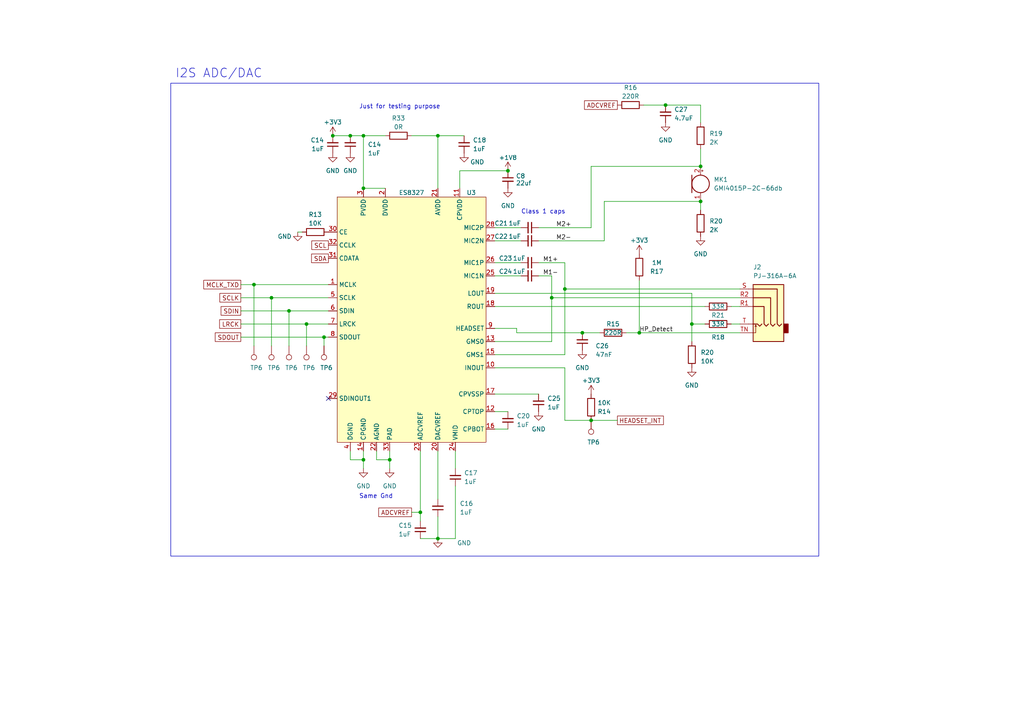
<source format=kicad_sch>
(kicad_sch (version 20230121) (generator eeschema)
  (paper "A4")
  (lib_symbols
    (symbol "Audio:ES8327"
      (property "Reference" "U" (at 0 12.7 0))
      (symbol "ES8327_1_1"
        (rectangle (start -21.59 11.43) (end 21.59 -59.69) (fill (type background)))
        (pin input line (at -24.13 -13.97 0) (length 2.54) (name "MCLK") (number "1"))
        (pin output line (at 24.13 -38.1 180) (length 2.54) (name "INOUT") (number "10"))
        (pin power_in line (at 13.97 13.97 270) (length 2.54) (name "CPVDD") (number "11"))
        (pin power_in line (at 24.13 -50.8 180) (length 2.54) (name "CPTOP") (number "12"))
        (pin input line (at 24.13 -30.48 180) (length 2.54) (name "GMS0") (number "13"))
        (pin power_in line (at -13.97 -62.23 90) (length 2.54) (name "CPGND") (number "14"))
        (pin input line (at 24.13 -34.29 180) (length 2.54) (name "GMS1") (number "15"))
        (pin power_in line (at 24.13 -55.88 180) (length 2.54) (name "CPBOT") (number "16"))
        (pin power_in line (at 24.13 -45.72 180) (length 2.54) (name "CPVSSP") (number "17"))
        (pin output line (at 24.13 -20.32 180) (length 2.54) (name "ROUT") (number "18"))
        (pin output line (at 24.13 -16.51 180) (length 2.54) (name "LOUT") (number "19"))
        (pin power_in line (at -7.62 13.97 270) (length 2.54) (name "DVDD") (number "2"))
        (pin power_in line (at 7.62 -62.23 90) (length 2.54) (name "DACVREF") (number "20"))
        (pin power_in line (at 7.62 13.97 270) (length 2.54) (name "AVDD") (number "21"))
        (pin power_in line (at -10.16 -62.23 90) (length 2.54) (name "AGND") (number "22"))
        (pin power_in line (at 2.54 -62.23 90) (length 2.54) (name "ADCVREF") (number "23"))
        (pin power_in line (at 12.7 -62.23 90) (length 2.54) (name "VMID") (number "24"))
        (pin input line (at 24.13 -11.43 180) (length 2.54) (name "MIC1N") (number "25"))
        (pin input line (at 24.13 -7.62 180) (length 2.54) (name "MIC1P") (number "26"))
        (pin input line (at 24.13 -1.27 180) (length 2.54) (name "MIC2N") (number "27"))
        (pin input line (at 24.13 2.54 180) (length 2.54) (name "MIC2P") (number "28"))
        (pin output line (at -24.13 -46.99 0) (length 2.54) (name "SDINOUT1") (number "29"))
        (pin power_in line (at -13.97 13.97 270) (length 2.54) (name "PVDD") (number "3"))
        (pin input line (at -24.13 1.27 0) (length 2.54) (name "CE") (number "30"))
        (pin input line (at -24.13 -6.35 0) (length 2.54) (name "CDATA") (number "31"))
        (pin input line (at -24.13 -2.54 0) (length 2.54) (name "CCLK") (number "32"))
        (pin power_in line (at -6.35 -62.23 90) (length 2.54) (name "PAD") (number "33"))
        (pin power_in line (at -17.78 -62.23 90) (length 2.54) (name "DGND") (number "4"))
        (pin input line (at -24.13 -17.78 0) (length 2.54) (name "SCLK") (number "5"))
        (pin input line (at -24.13 -21.59 0) (length 2.54) (name "SDIN") (number "6"))
        (pin input line (at -24.13 -25.4 0) (length 2.54) (name "LRCK") (number "7"))
        (pin output line (at -24.13 -29.21 0) (length 2.54) (name "SDOUT") (number "8"))
        (pin input line (at 24.13 -26.67 180) (length 2.54) (name "HEADSET") (number "9"))
      )
    )
    (symbol "Connector:TestPoint" (pin_numbers hide) (pin_names (offset 0.762) hide)
      (property "Reference" "TP" (at 0 6.858 0))
      (property "Value" "TestPoint" (at 0 5.08 0))
      (symbol "TestPoint_0_1"
        (circle (center 0 3.302) (radius 0.762))
      )
      (symbol "TestPoint_1_1"
        (pin passive line (at 0 0 90) (length 2.54) (name "1") (number "1"))
      )
    )
    (symbol "Connector_Audio:AudioJack4_SwitchT1"
      (property "Reference" "J" (at 0 11.43 0))
      (property "Value" "AudioJack4_SwitchT1" (at 0 8.89 0))
      (symbol "AudioJack4_SwitchT1_0_1"
        (rectangle (start -7.62 -5.08) (end -8.89 -7.62) (stroke (width 0.254)) (fill (type outline)))
        (polyline (pts (xy 1.27 -5.08) (xy 2.54 -5.08)))
        (polyline (pts (xy 1.27 2.54) (xy 2.54 2.54)))
        (polyline (pts (xy 2.54 0) (xy 1.27 0)))
        (polyline (pts (xy 2.54 5.08) (xy 1.27 5.08)))
        (rectangle (start 1.27 6.35) (end -7.62 -10.16) (stroke (width 0.254)) (fill (type background)))
      )
      (symbol "AudioJack4_SwitchT1_1_1"
        (polyline (pts (xy 0.508 -5.334) (xy 0.762 -5.842)))
        (polyline (pts (xy -1.27 -5.08) (xy -0.635 -5.715) (xy 0 -5.08) (xy 1.27 -5.08)) (stroke (width 0.254)))
        (polyline (pts (xy 2.54 -7.62) (xy 0.508 -7.62) (xy 0.508 -5.334) (xy 0.254 -5.842)))
        (polyline (pts (xy -3.175 -5.08) (xy -2.54 -5.715) (xy -1.905 -5.08) (xy -1.905 0) (xy 1.27 0)) (stroke (width 0.254)))
        (polyline (pts (xy 1.27 2.54) (xy -3.81 2.54) (xy -3.81 -5.08) (xy -4.445 -5.715) (xy -5.08 -5.08)) (stroke (width 0.254)))
        (polyline (pts (xy 1.27 5.08) (xy -5.715 5.08) (xy -5.715 -5.08) (xy -6.35 -5.715) (xy -6.985 -5.08)) (stroke (width 0.254)))
        (pin passive line (at 5.08 0 180) (length 2.54) (name "~") (number "R1"))
        (pin passive line (at 5.08 2.54 180) (length 2.54) (name "~") (number "R2"))
        (pin passive line (at 5.08 5.08 180) (length 2.54) (name "~") (number "S"))
        (pin passive line (at 5.08 -5.08 180) (length 2.54) (name "~") (number "T"))
        (pin passive line (at 5.08 -7.62 180) (length 2.54) (name "~") (number "TN"))
      )
    )
    (symbol "Device:C_Small" (pin_numbers hide) (pin_names (offset 0.254) hide)
      (property "Reference" "C" (at 0.254 1.778 0))
      (property "Value" "C_Small" (at 0.254 -2.032 0))
      (symbol "C_Small_0_1"
        (polyline (pts (xy -1.524 -0.508) (xy 1.524 -0.508)) (stroke (width 0.3302)))
        (polyline (pts (xy -1.524 0.508) (xy 1.524 0.508)) (stroke (width 0.3048)))
      )
      (symbol "C_Small_1_1"
        (pin passive line (at 0 2.54 270) (length 2.032) (name "~") (number "1"))
        (pin passive line (at 0 -2.54 90) (length 2.032) (name "~") (number "2"))
      )
    )
    (symbol "Device:Microphone" (pin_names (offset 0.0254) hide)
      (property "Reference" "MK" (at -3.81 1.27 0))
      (property "Value" "Microphone" (at -3.81 -0.635 0))
      (symbol "Microphone_0_1"
        (polyline (pts (xy -2.54 2.54) (xy -2.54 -2.54)) (stroke (width 0.254)))
        (polyline (pts (xy 0.254 3.81) (xy 0.762 3.81)))
        (polyline (pts (xy 0.508 4.064) (xy 0.508 3.556)))
        (circle (center 0 0) (radius 2.54) (stroke (width 0.254)))
      )
      (symbol "Microphone_1_1"
        (pin passive line (at 0 -5.08 90) (length 2.54) (name "-") (number "1"))
        (pin passive line (at 0 5.08 270) (length 2.54) (name "+") (number "2"))
      )
    )
    (symbol "Device:R" (pin_numbers hide) (pin_names (offset 0))
      (property "Reference" "R" (at 2.032 0 90))
      (property "Value" "R" (at 0 0 90))
      (symbol "R_0_1"
        (rectangle (start -1.016 -2.54) (end 1.016 2.54) (stroke (width 0.254)))
      )
      (symbol "R_1_1"
        (pin passive line (at 0 3.81 270) (length 1.27) (name "~") (number "1"))
        (pin passive line (at 0 -3.81 90) (length 1.27) (name "~") (number "2"))
      )
    )
    (symbol "power:+1V8" (power) (pin_names (offset 0))
      (property "Value" "+1V8" (at 0 3.556 0))
      (symbol "+1V8_0_1"
        (polyline (pts (xy -0.762 1.27) (xy 0 2.54)))
        (polyline (pts (xy 0 0) (xy 0 2.54)))
        (polyline (pts (xy 0 2.54) (xy 0.762 1.27)))
      )
      (symbol "+1V8_1_1"
        (pin power_in line (at 0 0 90) (length 0) hide (name "+1V8") (number "1"))
      )
    )
    (symbol "power:+3V3" (power) (pin_names (offset 0))
      (property "Value" "+3V3" (at 0 3.556 0))
      (symbol "+3V3_0_1"
        (polyline (pts (xy -0.762 1.27) (xy 0 2.54)))
        (polyline (pts (xy 0 0) (xy 0 2.54)))
        (polyline (pts (xy 0 2.54) (xy 0.762 1.27)))
      )
      (symbol "+3V3_1_1"
        (pin power_in line (at 0 0 90) (length 0) hide (name "+3V3") (number "1"))
      )
    )
    (symbol "power:GND" (power) (pin_names (offset 0))
      (property "Value" "GND" (at 0 -3.81 0))
      (symbol "GND_0_1"
        (polyline (pts (xy 0 0) (xy 0 -1.27) (xy 1.27 -1.27) (xy 0 -2.54) (xy -1.27 -1.27) (xy 0 -1.27)))
      )
      (symbol "GND_1_1"
        (pin power_in line (at 0 0 270) (length 0) hide (name "GND") (number "1"))
      )
    )
  )
  (junction (at 185.42 96.52))
  (junction (at 105.41 133.35))
  (junction (at 93.98 97.79))
  (junction (at 163.83 83.82))
  (junction (at 121.92 148.59))
  (junction (at 101.6 39.37))
  (junction (at 171.45 121.92))
  (junction (at 96.52 39.37))
  (junction (at 127 39.37))
  (junction (at 160.02 86.36))
  (junction (at 73.66 82.55))
  (junction (at 105.41 39.37))
  (junction (at 127 156.21))
  (junction (at 168.91 96.52))
  (junction (at 203.2 58.42))
  (junction (at 78.74 86.36))
  (junction (at 203.2 48.26))
  (junction (at 193.04 30.48))
  (junction (at 88.9 93.98))
  (junction (at 105.41 54.61))
  (junction (at 113.03 133.35))
  (junction (at 147.32 49.53))
  (junction (at 83.82 90.17))
  (junction (at 200.66 93.98))
  (no_connect (at 95.25 115.57))
  (wire (pts (xy 93.98 97.79) (xy 95.25 97.79)))
  (wire (pts (xy 119.38 39.37) (xy 127 39.37)))
  (wire (pts (xy 127 130.81) (xy 127 144.78)))
  (wire (pts (xy 151.13 66.04) (xy 143.51 66.04)))
  (wire (pts (xy 69.85 90.17) (xy 83.82 90.17)))
  (wire (pts (xy 143.51 114.3) (xy 156.21 114.3)))
  (wire (pts (xy 78.74 86.36) (xy 78.74 100.33)))
  (wire (pts (xy 78.74 86.36) (xy 95.25 86.36)))
  (wire (pts (xy 105.41 39.37) (xy 111.76 39.37)))
  (wire (pts (xy 101.6 130.81) (xy 101.6 133.35)))
  (wire (pts (xy 93.98 97.79) (xy 93.98 100.33)))
  (wire (pts (xy 171.45 121.92) (xy 179.07 121.92)))
  (wire (pts (xy 121.92 148.59) (xy 121.92 151.13)))
  (wire (pts (xy 113.03 130.81) (xy 113.03 133.35)))
  (wire (pts (xy 171.45 48.26) (xy 171.45 66.04)))
  (wire (pts (xy 203.2 30.48) (xy 193.04 30.48)))
  (wire (pts (xy 143.51 88.9) (xy 204.47 88.9)))
  (wire (pts (xy 151.13 76.2) (xy 143.51 76.2)))
  (wire (pts (xy 96.52 39.37) (xy 101.6 39.37)))
  (wire (pts (xy 156.21 69.85) (xy 175.26 69.85)))
  (wire (pts (xy 163.83 83.82) (xy 163.83 76.2)))
  (wire (pts (xy 160.02 86.36) (xy 160.02 99.06)))
  (wire (pts (xy 143.51 102.87) (xy 163.83 102.87)))
  (wire (pts (xy 200.66 93.98) (xy 200.66 99.06)))
  (wire (pts (xy 203.2 60.96) (xy 203.2 58.42)))
  (wire (pts (xy 149.86 96.52) (xy 149.86 95.25)))
  (wire (pts (xy 163.83 83.82) (xy 214.63 83.82)))
  (wire (pts (xy 109.22 130.81) (xy 109.22 133.35)))
  (wire (pts (xy 163.83 102.87) (xy 163.83 83.82)))
  (wire (pts (xy 175.26 69.85) (xy 175.26 58.42)))
  (wire (pts (xy 171.45 66.04) (xy 156.21 66.04)))
  (wire (pts (xy 105.41 54.61) (xy 105.41 39.37)))
  (wire (pts (xy 163.83 106.68) (xy 163.83 121.92)))
  (wire (pts (xy 143.51 124.46) (xy 147.32 124.46)))
  (wire (pts (xy 69.85 86.36) (xy 78.74 86.36)))
  (wire (pts (xy 156.21 80.01) (xy 160.02 80.01)))
  (wire (pts (xy 73.66 82.55) (xy 73.66 100.33)))
  (wire (pts (xy 119.38 148.59) (xy 121.92 148.59)))
  (wire (pts (xy 105.41 54.61) (xy 111.76 54.61)))
  (wire (pts (xy 69.85 97.79) (xy 93.98 97.79)))
  (wire (pts (xy 109.22 133.35) (xy 113.03 133.35)))
  (wire (pts (xy 121.92 130.81) (xy 121.92 148.59)))
  (wire (pts (xy 86.36 67.31) (xy 87.63 67.31)))
  (wire (pts (xy 121.92 156.21) (xy 127 156.21)))
  (wire (pts (xy 73.66 82.55) (xy 95.25 82.55)))
  (wire (pts (xy 160.02 86.36) (xy 214.63 86.36)))
  (wire (pts (xy 181.61 96.52) (xy 185.42 96.52)))
  (wire (pts (xy 186.69 30.48) (xy 193.04 30.48)))
  (wire (pts (xy 203.2 35.56) (xy 203.2 30.48)))
  (wire (pts (xy 105.41 133.35) (xy 105.41 135.89)))
  (wire (pts (xy 173.99 96.52) (xy 168.91 96.52)))
  (wire (pts (xy 200.66 93.98) (xy 200.66 85.09)))
  (wire (pts (xy 127 149.86) (xy 127 156.21)))
  (wire (pts (xy 160.02 80.01) (xy 160.02 86.36)))
  (wire (pts (xy 134.62 39.37) (xy 127 39.37)))
  (wire (pts (xy 204.47 93.98) (xy 200.66 93.98)))
  (wire (pts (xy 69.85 93.98) (xy 88.9 93.98)))
  (wire (pts (xy 212.09 88.9) (xy 214.63 88.9)))
  (wire (pts (xy 175.26 58.42) (xy 203.2 58.42)))
  (wire (pts (xy 163.83 121.92) (xy 171.45 121.92)))
  (wire (pts (xy 163.83 76.2) (xy 156.21 76.2)))
  (wire (pts (xy 88.9 93.98) (xy 95.25 93.98)))
  (wire (pts (xy 151.13 80.01) (xy 143.51 80.01)))
  (wire (pts (xy 185.42 96.52) (xy 214.63 96.52)))
  (wire (pts (xy 203.2 48.26) (xy 171.45 48.26)))
  (wire (pts (xy 185.42 96.52) (xy 185.42 81.28)))
  (wire (pts (xy 143.51 106.68) (xy 163.83 106.68)))
  (wire (pts (xy 132.08 156.21) (xy 127 156.21)))
  (wire (pts (xy 149.86 95.25) (xy 143.51 95.25)))
  (wire (pts (xy 101.6 133.35) (xy 105.41 133.35)))
  (wire (pts (xy 83.82 90.17) (xy 95.25 90.17)))
  (wire (pts (xy 212.09 93.98) (xy 214.63 93.98)))
  (wire (pts (xy 133.35 49.53) (xy 133.35 54.61)))
  (wire (pts (xy 147.32 49.53) (xy 133.35 49.53)))
  (wire (pts (xy 200.66 85.09) (xy 143.51 85.09)))
  (wire (pts (xy 143.51 119.38) (xy 147.32 119.38)))
  (wire (pts (xy 88.9 93.98) (xy 88.9 100.33)))
  (wire (pts (xy 127 39.37) (xy 127 54.61)))
  (wire (pts (xy 105.41 133.35) (xy 105.41 130.81)))
  (wire (pts (xy 151.13 69.85) (xy 143.51 69.85)))
  (wire (pts (xy 203.2 43.18) (xy 203.2 48.26)))
  (wire (pts (xy 69.85 82.55) (xy 73.66 82.55)))
  (wire (pts (xy 132.08 140.97) (xy 132.08 156.21)))
  (wire (pts (xy 132.08 130.81) (xy 132.08 135.89)))
  (wire (pts (xy 101.6 39.37) (xy 105.41 39.37)))
  (wire (pts (xy 160.02 99.06) (xy 143.51 99.06)))
  (wire (pts (xy 83.82 90.17) (xy 83.82 100.33)))
  (wire (pts (xy 113.03 133.35) (xy 113.03 135.89)))
  (wire (pts (xy 168.91 96.52) (xy 149.86 96.52)))
  (rectangle (start 49.53 24.13) (end 237.49 161.29))
  (text "Same Gnd" (at 104.14 144.78 0) (effects (font (size 1.27 1.27)) (justify left bottom)))
  (text "Just for testing purpose" (at 104.14 31.75 0) (effects (font (size 1.27 1.27)) (justify left bottom)))
  (text "Class 1 caps" (at 151.13 62.23 0) (effects (font (size 1.27 1.27)) (justify left bottom)))
  (text "I2S ADC/DAC\n" (at 50.8 22.86 0) (effects (font (size 2.54 2.54)) (justify left bottom)))
  (label "HP_Detect" (at 185.42 96.52 0))
  (label "M1-" (at 157.48 80.01 0))
  (label "M2-" (at 161.29 69.85 0))
  (label "M1+" (at 157.48 76.2 0))
  (label "M2+" (at 161.29 66.04 0))
  (global_label "LRCK" (shape passive) (at 69.85 93.98 180) (property "Intersheetrefs" "${INTERSHEET_REFS}" (effects hide)))
  (global_label "SCL" (shape passive) (at 95.25 71.12 180) (property "Intersheetrefs" "${INTERSHEET_REFS}" (effects hide)))
  (global_label "SCLK" (shape passive) (at 69.85 86.36 180) (property "Intersheetrefs" "${INTERSHEET_REFS}" (effects hide)))
  (global_label "SDIN" (shape passive) (at 69.85 90.17 180) (property "Intersheetrefs" "${INTERSHEET_REFS}" (effects hide)))
  (global_label "ADCVREF" (shape passive) (at 119.38 148.59 180) (property "Intersheetrefs" "${INTERSHEET_REFS}" (effects hide)))
  (global_label "HEADSET_INT" (shape passive) (at 179.07 121.92 0) (property "Intersheetrefs" "${INTERSHEET_REFS}" (effects hide)))
  (global_label "SDA" (shape passive) (at 95.25 74.93 180) (property "Intersheetrefs" "${INTERSHEET_REFS}" (effects hide)))
  (global_label "ADCVREF" (shape passive) (at 179.07 30.48 180) (property "Intersheetrefs" "${INTERSHEET_REFS}" (effects hide)))
  (global_label "MCLK_TXD" (shape passive) (at 69.85 82.55 180) (property "Intersheetrefs" "${INTERSHEET_REFS}" (effects hide)))
  (global_label "SDOUT" (shape passive) (at 69.85 97.79 180) (property "Intersheetrefs" "${INTERSHEET_REFS}" (effects hide)))
  (symbol (lib_id "Connector:TestPoint") (at 93.98 100.33 0) (mirror x) (unit 1)
    (property "Reference" "TP6" (at 96.52 106.68 0) (effects (justify right)))
    (property "Value" "TestPoint" (effects hide))
    (property "Footprint" "TestPoint:TestPoint_Pad_D1.5mm" (effects hide))
    (instances (project "Music32v3" (path "" (reference "TP6") (unit 1)) (path "" (reference "TP14") (unit 1)) (path "" (reference "TP19") (unit 1)) (path "" (reference "TP28") (unit 1)) (path "" (reference "TP35") (unit 1))))
  )
  (symbol (lib_id "Device:R") (at 208.28 93.98 90) (unit 1)
    (property "Reference" "R18" (at 208.28 97.79 90))
    (property "Value" "33R" (at 208.28 93.98 90))
    (property "Footprint" "Resistor_SMD:R_0402_1005Metric" (effects hide))
    (instances (project "Music_32_V2" (path "" (reference "R18") (unit 1))) (project "Audio test board" (path "" (reference "R?") (unit 1))) (project "Music32v3" (path "" (reference "R28") (unit 1)) (path "" (reference "R45") (unit 1))) (project "Ipod" (path "" (reference "R?") (unit 1)) (path "" (reference "R16") (unit 1))))
  )
  (symbol (lib_id "power:GND") (at 101.6 44.45 0) (unit 1)
    (property "Reference" "#PWR030" (effects hide))
    (property "Value" "GND" (at 101.6 49.53 0))
    (instances (project "Music_32_V2" (path "" (reference "#PWR030") (unit 1))) (project "Audio test board" (path "" (reference "#PWR?") (unit 1))) (project "Music32v3" (path "" (reference "#PWR079") (unit 1)) (path "" (reference "#PWR0100") (unit 1))) (project "Ipod" (path "" (reference "#PWR?") (unit 1)) (path "" (reference "#PWR024") (unit 1))))
  )
  (symbol (lib_id "Connector_Audio:AudioJack4_SwitchT1") (at 219.71 88.9 0) (mirror y) (unit 1)
    (property "Reference" "J2" (at 218.44 77.47 0) (effects (justify right)))
    (property "Value" "PJ-316A-6A" (at 218.44 80.01 0) (effects (justify right)))
    (property "Footprint" "Music:PJ-316A-6A" (effects hide))
    (instances (project "Music_32_V2" (path "" (reference "J2") (unit 1))) (project "Audio test board" (path "" (reference "J?") (unit 1))) (project "Music32v3" (path "" (reference "J2") (unit 1)) (path "" (reference "J3") (unit 1))) (project "Ipod" (path "" (reference "J?") (unit 1)) (path "" (reference "J1") (unit 1))))
  )
  (symbol (lib_id "Device:C_Small") (at 156.21 116.84 180) (unit 1)
    (property "Reference" "C25" (at 158.75 115.57 0) (effects (justify right)))
    (property "Value" "1uF" (at 158.75 118.11 0) (effects (justify right)))
    (property "Footprint" "Capacitor_SMD:C_0402_1005Metric" (effects hide))
    (instances (project "Music_32_V2" (path "" (reference "C25") (unit 1))) (project "Audio test board" (path "" (reference "C?") (unit 1))) (project "Music32v3" (path "" (reference "C52") (unit 1)) (path "" (reference "C48") (unit 1))) (project "Ipod" (path "" (reference "C?") (unit 1)) (path "" (reference "C23") (unit 1))))
  )
  (symbol (lib_id "power:GND") (at 193.04 35.56 0) (unit 1)
    (property "Reference" "#PWR042" (effects hide))
    (property "Value" "GND" (at 193.04 40.64 0))
    (instances (project "Music_32_V2" (path "" (reference "#PWR042") (unit 1))) (project "Audio test board" (path "" (reference "#PWR?") (unit 1))) (project "Music32v3" (path "" (reference "#PWR0100") (unit 1)) (path "" (reference "#PWR0111") (unit 1))) (project "Ipod" (path "" (reference "#PWR?") (unit 1)) (path "" (reference "#PWR036") (unit 1))))
  )
  (symbol (lib_id "power:GND") (at 105.41 135.89 0) (unit 1)
    (property "Reference" "#PWR031" (effects hide))
    (property "Value" "GND" (at 105.41 140.97 0))
    (instances (project "Music_32_V2" (path "" (reference "#PWR031") (unit 1))) (project "Audio test board" (path "" (reference "#PWR?") (unit 1))) (project "Music32v3" (path "" (reference "#PWR089") (unit 1)) (path "" (reference "#PWR0101") (unit 1))) (project "Ipod" (path "" (reference "#PWR?") (unit 1)) (path "" (reference "#PWR025") (unit 1))))
  )
  (symbol (lib_id "power:+3V3") (at 185.42 73.66 0) (unit 1)
    (property "Reference" "#PWR011" (effects hide))
    (property "Value" "+3V3" (at 185.42 69.715 0))
    (instances (project "Music32v3" (path "" (reference "#PWR011") (unit 1)) (path "" (reference "#PWR0110") (unit 1))))
  )
  (symbol (lib_id "Device:C_Small") (at 147.32 52.07 0) (unit 1)
    (property "Reference" "C8" (at 149.6441 51.0523 0) (effects (justify left)))
    (property "Value" "22uf" (at 149.6441 53.1003 0) (effects (justify left)))
    (property "Footprint" "Capacitor_SMD:C_0805_2012Metric" (effects hide))
    (instances (project "Music32v3" (path "" (reference "C8") (unit 1)) (path "" (reference "C34") (unit 1)) (path "" (reference "C42") (unit 1))))
  )
  (symbol (lib_id "Connector:TestPoint") (at 83.82 100.33 0) (mirror x) (unit 1)
    (property "Reference" "TP6" (at 86.36 106.68 0) (effects (justify right)))
    (property "Value" "TestPoint" (effects hide))
    (property "Footprint" "TestPoint:TestPoint_Pad_D1.5mm" (effects hide))
    (instances (project "Music32v3" (path "" (reference "TP6") (unit 1)) (path "" (reference "TP14") (unit 1)) (path "" (reference "TP19") (unit 1)) (path "" (reference "TP28") (unit 1)) (path "" (reference "TP33") (unit 1))))
  )
  (symbol (lib_id "Device:C_Small") (at 101.6 41.91 180) (unit 1)
    (property "Reference" "C14" (at 106.68 41.91 0) (effects (justify right)))
    (property "Value" "1uF" (at 106.68 44.45 0) (effects (justify right)))
    (property "Footprint" "Capacitor_SMD:C_0402_1005Metric" (effects hide))
    (instances (project "Music_32_V2" (path "" (reference "C14") (unit 1))) (project "Audio test board" (path "" (reference "C?") (unit 1))) (project "Music32v3" (path "" (reference "C27") (unit 1)) (path "" (reference "C37") (unit 1))) (project "Ipod" (path "" (reference "C?") (unit 1)) (path "" (reference "C12") (unit 1))))
  )
  (symbol (lib_id "Device:C_Small") (at 153.67 66.04 270) (unit 1)
    (property "Reference" "C21" (at 147.32 64.77 90) (effects (justify right)))
    (property "Value" "1uF" (at 151.13 64.77 90) (effects (justify right)))
    (property "Footprint" "Capacitor_SMD:C_0402_1005Metric" (effects hide))
    (instances (project "Music_32_V2" (path "" (reference "C21") (unit 1))) (project "Audio test board" (path "" (reference "C?") (unit 1))) (project "Music32v3" (path "" (reference "C48") (unit 1)) (path "" (reference "C44") (unit 1))) (project "Ipod" (path "" (reference "C?") (unit 1)) (path "" (reference "C19") (unit 1))))
  )
  (symbol (lib_id "Device:R") (at 182.88 30.48 90) (unit 1)
    (property "Reference" "R16" (at 182.88 25.4 90))
    (property "Value" "220R" (at 182.88 27.94 90))
    (property "Footprint" "Resistor_SMD:R_0402_1005Metric" (effects hide))
    (instances (project "Music_32_V2" (path "" (reference "R16") (unit 1))) (project "Audio test board" (path "" (reference "R?") (unit 1))) (project "Music32v3" (path "" (reference "R26") (unit 1)) (path "" (reference "R39") (unit 1))) (project "Ipod" (path "" (reference "R?") (unit 1)) (path "" (reference "R14") (unit 1))))
  )
  (symbol (lib_id "Device:R") (at 203.2 64.77 0) (unit 1)
    (property "Reference" "R20" (at 205.74 64.135 0) (effects (justify left)))
    (property "Value" "2K" (at 205.74 66.675 0) (effects (justify left)))
    (property "Footprint" "Resistor_SMD:R_0402_1005Metric" (effects hide))
    (instances (project "Music_32_V2" (path "" (reference "R20") (unit 1))) (project "Audio test board" (path "" (reference "R?") (unit 1))) (project "Music32v3" (path "" (reference "R30") (unit 1)) (path "" (reference "R43") (unit 1))) (project "Ipod" (path "" (reference "R?") (unit 1)) (path "" (reference "R18") (unit 1))))
  )
  (symbol (lib_id "Device:Microphone") (at 203.2 53.34 0) (unit 1)
    (property "Reference" "MK1" (at 207.01 52.07 0) (effects (justify left)))
    (property "Value" "GMI4015P-2C-66db" (at 207.01 54.61 0) (effects (justify left)))
    (property "Footprint" "Music:GMI4015P-2C-66db" (effects hide))
    (instances (project "Music_32_V2" (path "" (reference "MK1") (unit 1))) (project "Audio test board" (path "" (reference "MK?") (unit 1))) (project "Music32v3" (path "" (reference "MK1") (unit 1)) (path "" (reference "MK1") (unit 1))) (project "Ipod" (path "" (reference "MK?") (unit 1)) (path "" (reference "MK1") (unit 1))))
  )
  (symbol (lib_id "Device:R") (at 177.8 96.52 270) (unit 1)
    (property "Reference" "R15" (at 177.8 93.98 90))
    (property "Value" "220R" (at 177.8 96.52 90))
    (property "Footprint" "Resistor_SMD:R_0402_1005Metric" (effects hide))
    (instances (project "Music_32_V2" (path "" (reference "R15") (unit 1))) (project "Audio test board" (path "" (reference "R?") (unit 1))) (project "Music32v3" (path "" (reference "R25") (unit 1)) (path "" (reference "R38") (unit 1))) (project "Ipod" (path "" (reference "R?") (unit 1)) (path "" (reference "R13") (unit 1))))
  )
  (symbol (lib_id "Device:R") (at 115.57 39.37 90) (unit 1)
    (property "Reference" "R33" (at 115.57 34.29 90))
    (property "Value" "0R" (at 115.57 36.83 90))
    (property "Footprint" "Resistor_SMD:R_0402_1005Metric" (effects hide))
    (instances (project "Music32v3" (path "" (reference "R33") (unit 1)) (path "" (reference "R36") (unit 1))))
  )
  (symbol (lib_id "Device:R") (at 200.66 102.87 0) (unit 1)
    (property "Reference" "R20" (at 203.2 102.235 0) (effects (justify left)))
    (property "Value" "10K" (at 203.2 104.775 0) (effects (justify left)))
    (property "Footprint" "Resistor_SMD:R_0402_1005Metric" (effects hide))
    (instances (project "Music_32_V2" (path "" (reference "R20") (unit 1))) (project "Audio test board" (path "" (reference "R?") (unit 1))) (project "Music32v3" (path "" (reference "R32") (unit 1)) (path "" (reference "R41") (unit 1))) (project "Ipod" (path "" (reference "R?") (unit 1)) (path "" (reference "R18") (unit 1))))
  )
  (symbol (lib_id "Device:R") (at 91.44 67.31 90) (unit 1)
    (property "Reference" "R13" (at 91.44 62.23 90))
    (property "Value" "10K" (at 91.44 64.77 90))
    (property "Footprint" "Resistor_SMD:R_0402_1005Metric" (effects hide))
    (instances (project "Music_32_V2" (path "" (reference "R13") (unit 1))) (project "Audio test board" (path "" (reference "R?") (unit 1))) (project "Music32v3" (path "" (reference "R23") (unit 1)) (path "" (reference "R35") (unit 1))) (project "Ipod" (path "" (reference "R?") (unit 1)) (path "" (reference "R11") (unit 1))))
  )
  (symbol (lib_id "power:GND") (at 200.66 106.68 0) (unit 1)
    (property "Reference" "#PWR038" (effects hide))
    (property "Value" "GND" (at 200.66 111.76 0))
    (instances (project "Music_32_V2" (path "" (reference "#PWR038") (unit 1))) (project "Audio test board" (path "" (reference "#PWR?") (unit 1))) (project "Music32v3" (path "" (reference "#PWR078") (unit 1)) (path "" (reference "#PWR0112") (unit 1))) (project "Ipod" (path "" (reference "#PWR?") (unit 1)) (path "" (reference "#PWR032") (unit 1))))
  )
  (symbol (lib_id "Device:C_Small") (at 153.67 76.2 270) (unit 1)
    (property "Reference" "C23" (at 148.59 74.93 90) (effects (justify right)))
    (property "Value" "1uF" (at 152.4 74.93 90) (effects (justify right)))
    (property "Footprint" "Capacitor_SMD:C_0402_1005Metric" (effects hide))
    (instances (project "Music_32_V2" (path "" (reference "C23") (unit 1))) (project "Audio test board" (path "" (reference "C?") (unit 1))) (project "Music32v3" (path "" (reference "C50") (unit 1)) (path "" (reference "C46") (unit 1))) (project "Ipod" (path "" (reference "C?") (unit 1)) (path "" (reference "C21") (unit 1))))
  )
  (symbol (lib_id "Connector:TestPoint") (at 88.9 100.33 0) (mirror x) (unit 1)
    (property "Reference" "TP6" (at 91.44 106.68 0) (effects (justify right)))
    (property "Value" "TestPoint" (effects hide))
    (property "Footprint" "TestPoint:TestPoint_Pad_D1.5mm" (effects hide))
    (instances (project "Music32v3" (path "" (reference "TP6") (unit 1)) (path "" (reference "TP14") (unit 1)) (path "" (reference "TP19") (unit 1)) (path "" (reference "TP28") (unit 1)) (path "" (reference "TP34") (unit 1))))
  )
  (symbol (lib_id "Device:C_Small") (at 121.92 153.67 180) (unit 1)
    (property "Reference" "C15" (at 115.57 152.4 0) (effects (justify right)))
    (property "Value" "1uF" (at 115.57 154.94 0) (effects (justify right)))
    (property "Footprint" "Capacitor_SMD:C_0402_1005Metric" (effects hide))
    (instances (project "Music_32_V2" (path "" (reference "C15") (unit 1))) (project "Audio test board" (path "" (reference "C?") (unit 1))) (project "Music32v3" (path "" (reference "C42") (unit 1)) (path "" (reference "C38") (unit 1))) (project "Ipod" (path "" (reference "C?") (unit 1)) (path "" (reference "C13") (unit 1))))
  )
  (symbol (lib_id "Device:C_Small") (at 96.52 41.91 0) (mirror x) (unit 1)
    (property "Reference" "C14" (at 93.98 40.64 0) (effects (justify right)))
    (property "Value" "1uF" (at 93.98 43.18 0) (effects (justify right)))
    (property "Footprint" "Capacitor_SMD:C_0402_1005Metric" (effects hide))
    (instances (project "Music_32_V2" (path "" (reference "C14") (unit 1))) (project "Audio test board" (path "" (reference "C?") (unit 1))) (project "Music32v3" (path "" (reference "C41") (unit 1)) (path "" (reference "C36") (unit 1))) (project "Ipod" (path "" (reference "C?") (unit 1)) (path "" (reference "C12") (unit 1))))
  )
  (symbol (lib_id "power:GND") (at 86.36 67.31 0) (unit 1)
    (property "Reference" "#PWR028" (effects hide))
    (property "Value" "GND" (at 82.55 68.58 0))
    (instances (project "Music_32_V2" (path "" (reference "#PWR028") (unit 1))) (project "Audio test board" (path "" (reference "#PWR?") (unit 1))) (project "Music32v3" (path "" (reference "#PWR086") (unit 1)) (path "" (reference "#PWR097") (unit 1))) (project "Ipod" (path "" (reference "#PWR?") (unit 1)) (path "" (reference "#PWR022") (unit 1))))
  )
  (symbol (lib_id "power:GND") (at 168.91 101.6 0) (unit 1)
    (property "Reference" "#PWR039" (effects hide))
    (property "Value" "GND" (at 168.91 106.68 0))
    (instances (project "Music_32_V2" (path "" (reference "#PWR039") (unit 1))) (project "Audio test board" (path "" (reference "#PWR?") (unit 1))) (project "Music32v3" (path "" (reference "#PWR097") (unit 1)) (path "" (reference "#PWR0108") (unit 1))) (project "Ipod" (path "" (reference "#PWR?") (unit 1)) (path "" (reference "#PWR033") (unit 1))))
  )
  (symbol (lib_id "Device:C_Small") (at 168.91 99.06 180) (unit 1)
    (property "Reference" "C26" (at 172.72 100.33 0) (effects (justify right)))
    (property "Value" "47nF" (at 172.72 102.87 0) (effects (justify right)))
    (property "Footprint" "Capacitor_SMD:C_0402_1005Metric" (effects hide))
    (instances (project "Music_32_V2" (path "" (reference "C26") (unit 1))) (project "Audio test board" (path "" (reference "C?") (unit 1))) (project "Music32v3" (path "" (reference "C53") (unit 1)) (path "" (reference "C49") (unit 1))) (project "Ipod" (path "" (reference "C?") (unit 1)) (path "" (reference "C24") (unit 1))))
  )
  (symbol (lib_id "Audio:ES8327") (at 119.38 68.58 0) (unit 1)
    (property "Reference" "U3" (at 135.3059 55.88 0) (effects (justify left)))
    (property "Value" "ES8327" (at 119.38 55.88 0))
    (property "Footprint" "Package_DFN_QFN:QFN-32-1EP_4x4mm_P0.4mm_EP2.9x2.9mm_ThermalVias" (effects hide))
    (instances (project "Music_32_V2" (path "" (reference "U3") (unit 1))) (project "Audio test board" (path "" (reference "U?") (unit 1))) (project "Music32v3" (path "" (reference "U23") (unit 1)) (path "" (reference "U23") (unit 1))) (project "Ipod" (path "" (reference "U?") (unit 1)) (path "" (reference "U2") (unit 1))))
  )
  (symbol (lib_id "Device:C_Small") (at 193.04 33.02 180) (unit 1)
    (property "Reference" "C27" (at 195.58 31.75 0) (effects (justify right)))
    (property "Value" "4.7uF" (at 195.58 34.29 0) (effects (justify right)))
    (property "Footprint" "Capacitor_SMD:C_0402_1005Metric" (effects hide))
    (instances (project "Music_32_V2" (path "" (reference "C27") (unit 1))) (project "Audio test board" (path "" (reference "C?") (unit 1))) (project "Music32v3" (path "" (reference "C54") (unit 1)) (path "" (reference "C50") (unit 1))) (project "Ipod" (path "" (reference "C?") (unit 1)) (path "" (reference "C25") (unit 1))))
  )
  (symbol (lib_id "Device:C_Small") (at 132.08 138.43 180) (unit 1)
    (property "Reference" "C17" (at 134.62 137.16 0) (effects (justify right)))
    (property "Value" "1uF" (at 134.62 139.7 0) (effects (justify right)))
    (property "Footprint" "Capacitor_SMD:C_0402_1005Metric" (effects hide))
    (instances (project "Music_32_V2" (path "" (reference "C17") (unit 1))) (project "Audio test board" (path "" (reference "C?") (unit 1))) (project "Music32v3" (path "" (reference "C44") (unit 1)) (path "" (reference "C40") (unit 1))) (project "Ipod" (path "" (reference "C?") (unit 1)) (path "" (reference "C15") (unit 1))))
  )
  (symbol (lib_id "Device:R") (at 203.2 39.37 0) (unit 1)
    (property "Reference" "R19" (at 205.74 38.735 0) (effects (justify left)))
    (property "Value" "2K" (at 205.74 41.275 0) (effects (justify left)))
    (property "Footprint" "Resistor_SMD:R_0402_1005Metric" (effects hide))
    (instances (project "Music_32_V2" (path "" (reference "R19") (unit 1))) (project "Audio test board" (path "" (reference "R?") (unit 1))) (project "Music32v3" (path "" (reference "R29") (unit 1)) (path "" (reference "R42") (unit 1))) (project "Ipod" (path "" (reference "R?") (unit 1)) (path "" (reference "R17") (unit 1))))
  )
  (symbol (lib_id "Device:R") (at 185.42 77.47 0) (unit 1)
    (property "Reference" "R17" (at 190.5 78.74 0))
    (property "Value" "1M" (at 190.5 76.2 0))
    (property "Footprint" "Resistor_SMD:R_0402_1005Metric" (effects hide))
    (instances (project "Music_32_V2" (path "" (reference "R17") (unit 1))) (project "Audio test board" (path "" (reference "R?") (unit 1))) (project "Music32v3" (path "" (reference "R27") (unit 1)) (path "" (reference "R40") (unit 1))) (project "Ipod" (path "" (reference "R?") (unit 1)) (path "" (reference "R15") (unit 1))))
  )
  (symbol (lib_id "power:GND") (at 96.52 44.45 0) (mirror y) (unit 1)
    (property "Reference" "#PWR030" (effects hide))
    (property "Value" "GND" (at 96.52 49.53 0))
    (instances (project "Music_32_V2" (path "" (reference "#PWR030") (unit 1))) (project "Audio test board" (path "" (reference "#PWR?") (unit 1))) (project "Music32v3" (path "" (reference "#PWR088") (unit 1)) (path "" (reference "#PWR099") (unit 1))) (project "Ipod" (path "" (reference "#PWR?") (unit 1)) (path "" (reference "#PWR024") (unit 1))))
  )
  (symbol (lib_id "Connector:TestPoint") (at 73.66 100.33 0) (mirror x) (unit 1)
    (property "Reference" "TP6" (at 76.2 106.68 0) (effects (justify right)))
    (property "Value" "TestPoint" (effects hide))
    (property "Footprint" "TestPoint:TestPoint_Pad_D1.5mm" (effects hide))
    (instances (project "Music32v3" (path "" (reference "TP6") (unit 1)) (path "" (reference "TP14") (unit 1)) (path "" (reference "TP19") (unit 1)) (path "" (reference "TP28") (unit 1)) (path "" (reference "TP31") (unit 1))))
  )
  (symbol (lib_id "Connector:TestPoint") (at 171.45 121.92 0) (mirror x) (unit 1)
    (property "Reference" "TP6" (at 173.99 128.27 0) (effects (justify right)))
    (property "Value" "TestPoint" (effects hide))
    (property "Footprint" "TestPoint:TestPoint_Pad_D2.0mm" (effects hide))
    (instances (project "Music32v3" (path "" (reference "TP6") (unit 1)) (path "" (reference "TP14") (unit 1)) (path "" (reference "TP19") (unit 1)) (path "" (reference "TP28") (unit 1)) (path "" (reference "TP36") (unit 1))))
  )
  (symbol (lib_id "power:+1V8") (at 147.32 49.53 0) (unit 1)
    (property "Reference" "#PWR036" (effects hide))
    (property "Value" "+1V8" (at 147.32 45.72 0))
    (instances (project "Music_32_V2" (path "" (reference "#PWR036") (unit 1))) (project "Audio test board" (path "" (reference "#PWR?") (unit 1))) (project "Music32v3" (path "" (reference "#PWR094") (unit 1)) (path "" (reference "#PWR0105") (unit 1))) (project "Ipod" (path "" (reference "#PWR?") (unit 1)) (path "" (reference "#PWR030") (unit 1))))
  )
  (symbol (lib_id "Device:R") (at 171.45 118.11 0) (unit 1)
    (property "Reference" "R14" (at 175.26 119.38 0))
    (property "Value" "10K" (at 175.26 116.84 0))
    (property "Footprint" "Resistor_SMD:R_0402_1005Metric" (effects hide))
    (instances (project "Music_32_V2" (path "" (reference "R14") (unit 1))) (project "Audio test board" (path "" (reference "R?") (unit 1))) (project "Music32v3" (path "" (reference "R24") (unit 1)) (path "" (reference "R37") (unit 1))) (project "Ipod" (path "" (reference "R?") (unit 1)) (path "" (reference "R12") (unit 1))))
  )
  (symbol (lib_id "power:+3V3") (at 96.52 39.37 0) (unit 1)
    (property "Reference" "#PWR011" (effects hide))
    (property "Value" "+3V3" (at 96.52 35.425 0))
    (instances (project "Music32v3" (path "" (reference "#PWR011") (unit 1)) (path "" (reference "#PWR098") (unit 1))))
  )
  (symbol (lib_id "power:GND") (at 134.62 44.45 0) (unit 1)
    (property "Reference" "#PWR035" (effects hide))
    (property "Value" "GND" (at 138.43 46.99 0))
    (instances (project "Music_32_V2" (path "" (reference "#PWR035") (unit 1))) (project "Audio test board" (path "" (reference "#PWR?") (unit 1))) (project "Music32v3" (path "" (reference "#PWR093") (unit 1)) (path "" (reference "#PWR0104") (unit 1))) (project "Ipod" (path "" (reference "#PWR?") (unit 1)) (path "" (reference "#PWR029") (unit 1))))
  )
  (symbol (lib_id "Device:C_Small") (at 153.67 80.01 270) (unit 1)
    (property "Reference" "C24" (at 148.59 78.74 90) (effects (justify right)))
    (property "Value" "1uF" (at 152.4 78.74 90) (effects (justify right)))
    (property "Footprint" "Capacitor_SMD:C_0402_1005Metric" (effects hide))
    (instances (project "Music_32_V2" (path "" (reference "C24") (unit 1))) (project "Audio test board" (path "" (reference "C?") (unit 1))) (project "Music32v3" (path "" (reference "C51") (unit 1)) (path "" (reference "C47") (unit 1))) (project "Ipod" (path "" (reference "C?") (unit 1)) (path "" (reference "C22") (unit 1))))
  )
  (symbol (lib_id "Device:R") (at 208.28 88.9 90) (unit 1)
    (property "Reference" "R21" (at 208.28 91.44 90))
    (property "Value" "33R" (at 208.28 88.9 90))
    (property "Footprint" "Resistor_SMD:R_0402_1005Metric" (effects hide))
    (instances (project "Music_32_V2" (path "" (reference "R21") (unit 1))) (project "Audio test board" (path "" (reference "R?") (unit 1))) (project "Music32v3" (path "" (reference "R31") (unit 1)) (path "" (reference "R44") (unit 1))) (project "Ipod" (path "" (reference "R?") (unit 1)) (path "" (reference "R19") (unit 1))))
  )
  (symbol (lib_id "power:GND") (at 156.21 119.38 0) (unit 1)
    (property "Reference" "#PWR038" (effects hide))
    (property "Value" "GND" (at 156.21 124.46 0))
    (instances (project "Music_32_V2" (path "" (reference "#PWR038") (unit 1))) (project "Audio test board" (path "" (reference "#PWR?") (unit 1))) (project "Music32v3" (path "" (reference "#PWR096") (unit 1)) (path "" (reference "#PWR0107") (unit 1))) (project "Ipod" (path "" (reference "#PWR?") (unit 1)) (path "" (reference "#PWR032") (unit 1))))
  )
  (symbol (lib_id "power:GND") (at 113.03 135.89 0) (unit 1)
    (property "Reference" "#PWR032" (effects hide))
    (property "Value" "GND" (at 113.03 140.97 0))
    (instances (project "Music_32_V2" (path "" (reference "#PWR032") (unit 1))) (project "Audio test board" (path "" (reference "#PWR?") (unit 1))) (project "Music32v3" (path "" (reference "#PWR090") (unit 1)) (path "" (reference "#PWR0102") (unit 1))) (project "Ipod" (path "" (reference "#PWR?") (unit 1)) (path "" (reference "#PWR026") (unit 1))))
  )
  (symbol (lib_id "power:GND") (at 147.32 54.61 0) (unit 1)
    (property "Reference" "#PWR037" (effects hide))
    (property "Value" "GND" (at 147.32 59.69 0))
    (instances (project "Music_32_V2" (path "" (reference "#PWR037") (unit 1))) (project "Audio test board" (path "" (reference "#PWR?") (unit 1))) (project "Music32v3" (path "" (reference "#PWR095") (unit 1)) (path "" (reference "#PWR0106") (unit 1))) (project "Ipod" (path "" (reference "#PWR?") (unit 1)) (path "" (reference "#PWR031") (unit 1))))
  )
  (symbol (lib_id "Device:C_Small") (at 153.67 69.85 270) (unit 1)
    (property "Reference" "C22" (at 147.32 68.58 90) (effects (justify right)))
    (property "Value" "1uF" (at 151.13 68.58 90) (effects (justify right)))
    (property "Footprint" "Capacitor_SMD:C_0402_1005Metric" (effects hide))
    (instances (project "Music_32_V2" (path "" (reference "C22") (unit 1))) (project "Audio test board" (path "" (reference "C?") (unit 1))) (project "Music32v3" (path "" (reference "C49") (unit 1)) (path "" (reference "C45") (unit 1))) (project "Ipod" (path "" (reference "C?") (unit 1)) (path "" (reference "C20") (unit 1))))
  )
  (symbol (lib_id "Device:C_Small") (at 147.32 121.92 180) (unit 1)
    (property "Reference" "C20" (at 149.86 120.65 0) (effects (justify right)))
    (property "Value" "1uF" (at 149.86 123.19 0) (effects (justify right)))
    (property "Footprint" "Capacitor_SMD:C_0402_1005Metric" (effects hide))
    (instances (project "Music_32_V2" (path "" (reference "C20") (unit 1))) (project "Audio test board" (path "" (reference "C?") (unit 1))) (project "Music32v3" (path "" (reference "C47") (unit 1)) (path "" (reference "C43") (unit 1))) (project "Ipod" (path "" (reference "C?") (unit 1)) (path "" (reference "C18") (unit 1))))
  )
  (symbol (lib_id "power:GND") (at 203.2 68.58 0) (unit 1)
    (property "Reference" "#PWR043" (effects hide))
    (property "Value" "GND" (at 203.2 73.66 0))
    (instances (project "Music_32_V2" (path "" (reference "#PWR043") (unit 1))) (project "Audio test board" (path "" (reference "#PWR?") (unit 1))) (project "Music32v3" (path "" (reference "#PWR0101") (unit 1)) (path "" (reference "#PWR0113") (unit 1))) (project "Ipod" (path "" (reference "#PWR?") (unit 1)) (path "" (reference "#PWR037") (unit 1))))
  )
  (symbol (lib_id "Connector:TestPoint") (at 78.74 100.33 0) (mirror x) (unit 1)
    (property "Reference" "TP6" (at 81.28 106.68 0) (effects (justify right)))
    (property "Value" "TestPoint" (effects hide))
    (property "Footprint" "TestPoint:TestPoint_Pad_D2.0mm" (effects hide))
    (instances (project "Music32v3" (path "" (reference "TP6") (unit 1)) (path "" (reference "TP14") (unit 1)) (path "" (reference "TP19") (unit 1)) (path "" (reference "TP28") (unit 1)) (path "" (reference "TP32") (unit 1))))
  )
  (symbol (lib_id "Device:C_Small") (at 127 147.32 180) (unit 1)
    (property "Reference" "C16" (at 133.35 146.05 0) (effects (justify right)))
    (property "Value" "1uF" (at 133.35 148.59 0) (effects (justify right)))
    (property "Footprint" "Capacitor_SMD:C_0402_1005Metric" (effects hide))
    (instances (project "Music_32_V2" (path "" (reference "C16") (unit 1))) (project "Audio test board" (path "" (reference "C?") (unit 1))) (project "Music32v3" (path "" (reference "C43") (unit 1)) (path "" (reference "C39") (unit 1))) (project "Ipod" (path "" (reference "C?") (unit 1)) (path "" (reference "C14") (unit 1))))
  )
  (symbol (lib_id "power:GND") (at 127 156.21 0) (unit 1)
    (property "Reference" "#PWR033" (effects hide))
    (property "Value" "GND" (at 134.62 157.48 0))
    (instances (project "Music_32_V2" (path "" (reference "#PWR033") (unit 1))) (project "Audio test board" (path "" (reference "#PWR?") (unit 1))) (project "Music32v3" (path "" (reference "#PWR091") (unit 1)) (path "" (reference "#PWR0103") (unit 1))) (project "Ipod" (path "" (reference "#PWR?") (unit 1)) (path "" (reference "#PWR027") (unit 1))))
  )
  (symbol (lib_id "power:+3V3") (at 171.45 114.3 0) (unit 1)
    (property "Reference" "#PWR011" (effects hide))
    (property "Value" "+3V3" (at 171.45 110.355 0))
    (instances (project "Music32v3" (path "" (reference "#PWR011") (unit 1)) (path "" (reference "#PWR0109") (unit 1))))
  )
  (symbol (lib_id "Device:C_Small") (at 134.62 41.91 180) (unit 1)
    (property "Reference" "C18" (at 137.16 40.64 0) (effects (justify right)))
    (property "Value" "1uF" (at 137.16 43.18 0) (effects (justify right)))
    (property "Footprint" "Capacitor_SMD:C_0402_1005Metric" (effects hide))
    (instances (project "Music_32_V2" (path "" (reference "C18") (unit 1))) (project "Audio test board" (path "" (reference "C?") (unit 1))) (project "Music32v3" (path "" (reference "C45") (unit 1)) (path "" (reference "C41") (unit 1))) (project "Ipod" (path "" (reference "C?") (unit 1)) (path "" (reference "C16") (unit 1))))
  )
)
</source>
